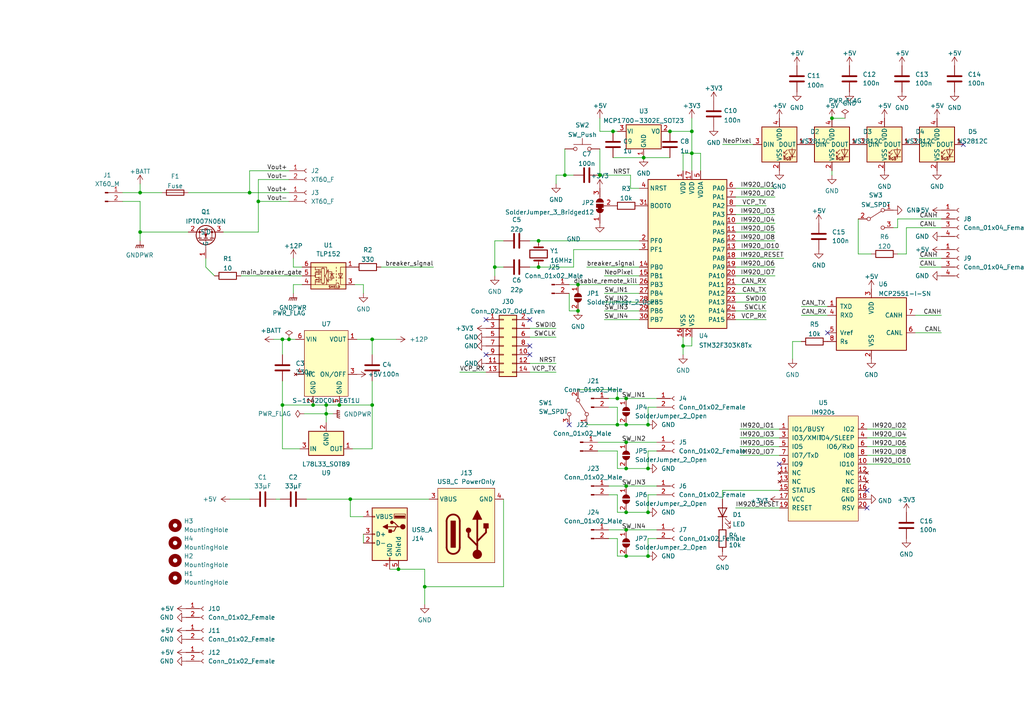
<source format=kicad_sch>
(kicad_sch (version 20230121) (generator eeschema)
  (paper "A4")
  (lib_symbols
    (symbol "+5V_1" (power) (pin_names (offset 0))
      (property "Value" "+5V_1" (at 0 3.556 0))
      (symbol "+5V_1_1_1"
        (pin power_in line (at 0 0 90) (length 0) hide (name "+5V") (number "1"))
      )
    )
    (symbol "Connector:Conn_01x02_Female" (pin_names (offset 1.016) hide)
      (property "Reference" "J" (at 0 2.54 0))
      (property "Value" "Conn_01x02_Female" (at 0 -5.08 0))
      (symbol "Conn_01x02_Female_1_1"
        (pin passive line (at -5.08 0 0) (length 3.81) (name "Pin_1") (number "1"))
        (pin passive line (at -5.08 -2.54 0) (length 3.81) (name "Pin_2") (number "2"))
      )
    )
    (symbol "Connector:Conn_01x02_Male" (pin_names (offset 1.016) hide)
      (property "Reference" "J" (at 0 2.54 0))
      (property "Value" "Conn_01x02_Male" (at 0 -5.08 0))
      (symbol "Conn_01x02_Male_1_1"
        (pin passive line (at 5.08 0 180) (length 3.81) (name "Pin_1") (number "1"))
        (pin passive line (at 5.08 -2.54 180) (length 3.81) (name "Pin_2") (number "2"))
      )
    )
    (symbol "Connector:Conn_01x04_Female" (pin_names (offset 1.016) hide)
      (property "Reference" "J" (at 0 5.08 0))
      (property "Value" "Conn_01x04_Female" (at 0 -7.62 0))
      (symbol "Conn_01x04_Female_1_1"
        (pin passive line (at -5.08 2.54 0) (length 3.81) (name "Pin_1") (number "1"))
        (pin passive line (at -5.08 0 0) (length 3.81) (name "Pin_2") (number "2"))
        (pin passive line (at -5.08 -2.54 0) (length 3.81) (name "Pin_3") (number "3"))
        (pin passive line (at -5.08 -5.08 0) (length 3.81) (name "Pin_4") (number "4"))
      )
    )
    (symbol "Connector:USB_A" (pin_names (offset 1.016))
      (property "Reference" "J" (at -5.08 11.43 0))
      (property "Value" "USB_A" (at -5.08 8.89 0))
      (symbol "USB_A_1_1"
        (pin power_in line (at 7.62 5.08 180) (length 2.54) (name "VBUS") (number "1"))
        (pin bidirectional line (at 7.62 -2.54 180) (length 2.54) (name "D-") (number "2"))
        (pin bidirectional line (at 7.62 0 180) (length 2.54) (name "D+") (number "3"))
        (pin power_in line (at 0 -10.16 90) (length 2.54) (name "GND") (number "4"))
        (pin passive line (at -2.54 -10.16 90) (length 2.54) (name "Shield") (number "5"))
      )
    )
    (symbol "Connector_Generic:Conn_02x07_Odd_Even" (pin_names (offset 1.016) hide)
      (property "Reference" "J" (at 1.27 10.16 0))
      (property "Value" "Conn_02x07_Odd_Even" (at 1.27 -10.16 0))
      (symbol "Conn_02x07_Odd_Even_1_1"
        (pin passive line (at -5.08 7.62 0) (length 3.81) (name "Pin_1") (number "1"))
        (pin passive line (at 7.62 -2.54 180) (length 3.81) (name "Pin_10") (number "10"))
        (pin passive line (at -5.08 -5.08 0) (length 3.81) (name "Pin_11") (number "11"))
        (pin passive line (at 7.62 -5.08 180) (length 3.81) (name "Pin_12") (number "12"))
        (pin passive line (at -5.08 -7.62 0) (length 3.81) (name "Pin_13") (number "13"))
        (pin passive line (at 7.62 -7.62 180) (length 3.81) (name "Pin_14") (number "14"))
        (pin passive line (at 7.62 7.62 180) (length 3.81) (name "Pin_2") (number "2"))
        (pin passive line (at -5.08 5.08 0) (length 3.81) (name "Pin_3") (number "3"))
        (pin passive line (at 7.62 5.08 180) (length 3.81) (name "Pin_4") (number "4"))
        (pin passive line (at -5.08 2.54 0) (length 3.81) (name "Pin_5") (number "5"))
        (pin passive line (at 7.62 2.54 180) (length 3.81) (name "Pin_6") (number "6"))
        (pin passive line (at -5.08 0 0) (length 3.81) (name "Pin_7") (number "7"))
        (pin passive line (at 7.62 0 180) (length 3.81) (name "Pin_8") (number "8"))
        (pin passive line (at -5.08 -2.54 0) (length 3.81) (name "Pin_9") (number "9"))
      )
    )
    (symbol "Device:C" (pin_numbers hide) (pin_names (offset 0.254))
      (property "Reference" "C" (at 0.635 2.54 0))
      (property "Value" "C" (at 0.635 -2.54 0))
      (symbol "C_1_1"
        (pin passive line (at 0 3.81 270) (length 2.794) (name "~") (number "1"))
        (pin passive line (at 0 -3.81 90) (length 2.794) (name "~") (number "2"))
      )
    )
    (symbol "Device:Crystal" (pin_numbers hide) (pin_names (offset 1.016) hide)
      (property "Reference" "Y" (at 0 3.81 0))
      (property "Value" "Crystal" (at 0 -3.81 0))
      (symbol "Crystal_1_1"
        (pin passive line (at -3.81 0 0) (length 1.27) (name "1") (number "1"))
        (pin passive line (at 3.81 0 180) (length 1.27) (name "2") (number "2"))
      )
    )
    (symbol "Device:Fuse" (pin_numbers hide) (pin_names (offset 0))
      (property "Reference" "F" (at 2.032 0 90))
      (property "Value" "Fuse" (at -1.905 0 90))
      (symbol "Fuse_1_1"
        (pin passive line (at 0 3.81 270) (length 1.27) (name "~") (number "1"))
        (pin passive line (at 0 -3.81 90) (length 1.27) (name "~") (number "2"))
      )
    )
    (symbol "Device:LED" (pin_numbers hide) (pin_names (offset 1.016) hide)
      (property "Reference" "D" (at 0 2.54 0))
      (property "Value" "LED" (at 0 -2.54 0))
      (symbol "LED_1_1"
        (pin passive line (at -3.81 0 0) (length 2.54) (name "K") (number "1"))
        (pin passive line (at 3.81 0 180) (length 2.54) (name "A") (number "2"))
      )
    )
    (symbol "Device:R" (pin_numbers hide) (pin_names (offset 0))
      (property "Reference" "R" (at 2.032 0 90))
      (property "Value" "R" (at 0 0 90))
      (symbol "R_1_1"
        (pin passive line (at 0 3.81 270) (length 1.27) (name "~") (number "1"))
        (pin passive line (at 0 -3.81 90) (length 1.27) (name "~") (number "2"))
      )
    )
    (symbol "GNDPWR_1" (power) (pin_names (offset 0))
      (property "Value" "GNDPWR_1" (at 0 -3.302 0))
      (symbol "GNDPWR_1_1_1"
        (pin power_in line (at 0 0 270) (length 0) hide (name "GNDPWR") (number "1"))
      )
    )
    (symbol "GND_1" (power) (pin_names (offset 0))
      (property "Value" "GND_1" (at 0 -3.81 0))
      (symbol "GND_1_1_1"
        (pin power_in line (at 0 0 270) (length 0) hide (name "GND") (number "1"))
      )
    )
    (symbol "Interface_CAN_LIN:MCP2551-I-SN" (pin_names (offset 1.016))
      (property "Reference" "U" (at -10.16 8.89 0))
      (property "Value" "MCP2551-I-SN" (at 2.54 8.89 0))
      (symbol "MCP2551-I-SN_1_1"
        (pin input line (at -12.7 5.08 0) (length 2.54) (name "TXD") (number "1"))
        (pin power_in line (at 0 -10.16 90) (length 2.54) (name "VSS") (number "2"))
        (pin power_in line (at 0 10.16 270) (length 2.54) (name "VDD") (number "3"))
        (pin output line (at -12.7 2.54 0) (length 2.54) (name "RXD") (number "4"))
        (pin power_out line (at -12.7 -2.54 0) (length 2.54) (name "Vref") (number "5"))
        (pin bidirectional line (at 12.7 -2.54 180) (length 2.54) (name "CANL") (number "6"))
        (pin bidirectional line (at 12.7 2.54 180) (length 2.54) (name "CANH") (number "7"))
        (pin input line (at -12.7 -5.08 0) (length 2.54) (name "Rs") (number "8"))
      )
    )
    (symbol "Isolator_additional:TLP152"
      (property "Reference" "U" (at -5.08 4.953 0))
      (property "Value" "TLP152" (at -5.08 -5.08 0))
      (symbol "TLP152_0_0"
        (text "SHIELD" (at -1.7272 -3.2004 0) (effects (font (size 0.635 0.635))))
      )
      (symbol "TLP152_1_1"
        (pin passive line (at -7.62 2.54 0) (length 2.54) (name "~") (number "1"))
        (pin passive line (at -7.62 -2.54 0) (length 2.54) (name "~") (number "3"))
        (pin power_in line (at 7.62 -2.54 180) (length 2.54) (name "~") (number "4"))
        (pin output line (at 7.62 0 180) (length 2.54) (name "~") (number "5"))
        (pin power_in line (at 7.62 2.54 180) (length 2.54) (name "~") (number "6"))
      )
    )
    (symbol "Jumper:SolderJumper_2_Open" (pin_names (offset 0) hide)
      (property "Reference" "JP" (at 0 2.032 0))
      (property "Value" "SolderJumper_2_Open" (at 0 -2.54 0))
      (symbol "SolderJumper_2_Open_1_1"
        (pin passive line (at -3.81 0 0) (length 2.54) (name "A") (number "1"))
        (pin passive line (at 3.81 0 180) (length 2.54) (name "B") (number "2"))
      )
    )
    (symbol "Jumper:SolderJumper_3_Bridged12" (pin_names (offset 0) hide)
      (property "Reference" "JP" (at -2.54 -2.54 0))
      (property "Value" "SolderJumper_3_Bridged12" (at 0 2.794 0))
      (symbol "SolderJumper_3_Bridged12_1_1"
        (pin passive line (at -5.08 0 0) (length 2.54) (name "A") (number "1"))
        (pin input line (at 0 -3.81 90) (length 2.54) (name "C") (number "2"))
        (pin passive line (at 5.08 0 180) (length 2.54) (name "B") (number "3"))
      )
    )
    (symbol "LED_additional:WS2812C" (pin_names (offset 0.254))
      (property "Reference" "D" (at 5.08 5.715 0))
      (property "Value" "WS2812C" (at 1.27 -5.715 0))
      (symbol "WS2812C_0_0"
        (text "RGB" (at 2.286 -4.191 0) (effects (font (size 0.762 0.762))))
      )
      (symbol "WS2812C_1_1"
        (pin output line (at 7.62 0 180) (length 2.54) (name "DOUT") (number "1"))
        (pin power_in line (at 0 -7.62 90) (length 2.54) (name "VSS") (number "2"))
        (pin input line (at -7.62 0 0) (length 2.54) (name "DIN") (number "3"))
        (pin power_in line (at 0 7.62 270) (length 2.54) (name "VDD") (number "4"))
      )
    )
    (symbol "MCU_ST_STM32F3:STM32F303K8Tx"
      (property "Reference" "U" (at -12.7 21.59 0))
      (property "Value" "STM32F303K8Tx" (at 5.08 21.59 0))
      (symbol "STM32F303K8Tx_1_1"
        (pin power_in line (at -2.54 22.86 270) (length 2.54) (name "VDD") (number "1"))
        (pin bidirectional line (at 12.7 7.62 180) (length 2.54) (name "PA4") (number "10"))
        (pin bidirectional line (at 12.7 5.08 180) (length 2.54) (name "PA5") (number "11"))
        (pin bidirectional line (at 12.7 2.54 180) (length 2.54) (name "PA6") (number "12"))
        (pin bidirectional line (at 12.7 0 180) (length 2.54) (name "PA7") (number "13"))
        (pin bidirectional line (at -15.24 -5.08 0) (length 2.54) (name "PB0") (number "14"))
        (pin bidirectional line (at -15.24 -7.62 0) (length 2.54) (name "PB1") (number "15"))
        (pin power_in line (at -2.54 -25.4 90) (length 2.54) (name "VSS") (number "16"))
        (pin power_in line (at 0 22.86 270) (length 2.54) (name "VDD") (number "17"))
        (pin bidirectional line (at 12.7 -2.54 180) (length 2.54) (name "PA8") (number "18"))
        (pin bidirectional line (at 12.7 -5.08 180) (length 2.54) (name "PA9") (number "19"))
        (pin input line (at -15.24 2.54 0) (length 2.54) (name "PF0") (number "2"))
        (pin bidirectional line (at 12.7 -7.62 180) (length 2.54) (name "PA10") (number "20"))
        (pin bidirectional line (at 12.7 -10.16 180) (length 2.54) (name "PA11") (number "21"))
        (pin bidirectional line (at 12.7 -12.7 180) (length 2.54) (name "PA12") (number "22"))
        (pin bidirectional line (at 12.7 -15.24 180) (length 2.54) (name "PA13") (number "23"))
        (pin bidirectional line (at 12.7 -17.78 180) (length 2.54) (name "PA14") (number "24"))
        (pin bidirectional line (at 12.7 -20.32 180) (length 2.54) (name "PA15") (number "25"))
        (pin bidirectional line (at -15.24 -10.16 0) (length 2.54) (name "PB3") (number "26"))
        (pin bidirectional line (at -15.24 -12.7 0) (length 2.54) (name "PB4") (number "27"))
        (pin bidirectional line (at -15.24 -15.24 0) (length 2.54) (name "PB5") (number "28"))
        (pin bidirectional line (at -15.24 -17.78 0) (length 2.54) (name "PB6") (number "29"))
        (pin input line (at -15.24 0 0) (length 2.54) (name "PF1") (number "3"))
        (pin bidirectional line (at -15.24 -20.32 0) (length 2.54) (name "PB7") (number "30"))
        (pin input line (at -15.24 12.7 0) (length 2.54) (name "BOOT0") (number "31"))
        (pin power_in line (at 0 -25.4 90) (length 2.54) (name "VSS") (number "32"))
        (pin input line (at -15.24 17.78 0) (length 2.54) (name "NRST") (number "4"))
        (pin power_in line (at 2.54 22.86 270) (length 2.54) (name "VDDA") (number "5"))
        (pin bidirectional line (at 12.7 17.78 180) (length 2.54) (name "PA0") (number "6"))
        (pin bidirectional line (at 12.7 15.24 180) (length 2.54) (name "PA1") (number "7"))
        (pin bidirectional line (at 12.7 12.7 180) (length 2.54) (name "PA2") (number "8"))
        (pin bidirectional line (at 12.7 10.16 180) (length 2.54) (name "PA3") (number "9"))
      )
    )
    (symbol "Mechanical:MountingHole" (pin_names (offset 1.016))
      (property "Reference" "H" (at 0 5.08 0))
      (property "Value" "MountingHole" (at 0 3.175 0))
    )
    (symbol "Regulator_Linear:L78L33_SOT89" (pin_names (offset 0.254))
      (property "Reference" "U" (at -3.81 3.175 0))
      (property "Value" "L78L33_SOT89" (at -0.635 3.175 0))
      (symbol "L78L33_SOT89_1_1"
        (pin power_out line (at 7.62 0 180) (length 2.54) (name "OUT") (number "1"))
        (pin power_in line (at 0 -7.62 90) (length 2.54) (name "GND") (number "2"))
        (pin power_in line (at -7.62 0 0) (length 2.54) (name "IN") (number "3"))
      )
    )
    (symbol "Regulator_Linear:MCP1700-3302E_SOT23" (pin_names (offset 0.254))
      (property "Reference" "U" (at -3.81 3.175 0))
      (property "Value" "MCP1700-3302E_SOT23" (at 0 3.175 0))
      (symbol "MCP1700-3302E_SOT23_1_1"
        (pin power_in line (at 0 -7.62 90) (length 2.54) (name "GND") (number "1"))
        (pin power_out line (at 7.62 0 180) (length 2.54) (name "VO") (number "2"))
        (pin power_in line (at -7.62 0 0) (length 2.54) (name "VI") (number "3"))
      )
    )
    (symbol "Switch:SW_Push" (pin_numbers hide) (pin_names (offset 1.016) hide)
      (property "Reference" "SW" (at 1.27 2.54 0))
      (property "Value" "SW_Push" (at 0 -1.524 0))
      (symbol "SW_Push_0_1"
        (pin passive line (at -5.08 0 0) (length 2.54) (name "1") (number "1"))
        (pin passive line (at 5.08 0 180) (length 2.54) (name "2") (number "2"))
      )
    )
    (symbol "Switch:SW_SPDT" (pin_names (offset 0) hide)
      (property "Reference" "SW" (at 0 4.318 0))
      (property "Value" "SW_SPDT" (at 0 -5.08 0))
      (symbol "SW_SPDT_1_1"
        (pin passive line (at 5.08 2.54 180) (length 2.54) (name "A") (number "1"))
        (pin passive line (at -5.08 0 0) (length 2.54) (name "B") (number "2"))
        (pin passive line (at 5.08 -2.54 180) (length 2.54) (name "C") (number "3"))
      )
    )
    (symbol "Transistor_FET_additional:IPT007N06N" (pin_names (offset 1.016))
      (property "Reference" "Q" (at 10.16 1.27 0))
      (property "Value" "IPT007N06N" (at 10.16 -1.27 0))
      (symbol "IPT007N06N_1_1"
        (pin input line (at -7.62 0 0) (length 2.54) (name "G") (number "1"))
        (pin passive line (at 0 -5.08 90) (length 2.54) (name "S") (number "2"))
        (pin passive line (at 0 5.08 270) (length 2.54) (name "D") (number "3"))
      )
    )
    (symbol "interplan:IM920s" (pin_names (offset 1.016))
      (property "Reference" "U" (at 0 13.97 0))
      (property "Value" "IM920s" (at 0 -19.05 0))
      (symbol "IM920s_1_1"
        (pin input line (at -12.7 8.89 0) (length 2.54) (name "IO1/BUSY") (number "1"))
        (pin input line (at 12.7 -1.27 180) (length 2.54) (name "IO10") (number "10"))
        (pin no_connect line (at -12.7 -3.81 0) (length 2.54) (name "NC") (number "11"))
        (pin no_connect line (at 12.7 -3.81 180) (length 2.54) (name "NC") (number "12"))
        (pin no_connect line (at -12.7 -6.35 0) (length 2.54) (name "NC") (number "13"))
        (pin no_connect line (at 12.7 -6.35 180) (length 2.54) (name "NC") (number "14"))
        (pin input line (at -12.7 -8.89 0) (length 2.54) (name "STATUS") (number "15"))
        (pin input line (at 12.7 -8.89 180) (length 2.54) (name "REG") (number "16"))
        (pin input line (at -12.7 -11.43 0) (length 2.54) (name "VCC") (number "17"))
        (pin input line (at 12.7 -11.43 180) (length 2.54) (name "GND") (number "18"))
        (pin input line (at -12.7 -13.97 0) (length 2.54) (name "RESET") (number "19"))
        (pin input line (at 12.7 8.89 180) (length 2.54) (name "IO2") (number "2"))
        (pin input line (at 12.7 -13.97 180) (length 2.54) (name "RSV") (number "20"))
        (pin input line (at -12.7 6.35 0) (length 2.54) (name "IO3/XMIT") (number "3"))
        (pin input line (at 12.7 6.35 180) (length 2.54) (name "IO4/SLEEP") (number "4"))
        (pin input line (at -12.7 3.81 0) (length 2.54) (name "IO5") (number "5"))
        (pin input line (at 12.7 3.81 180) (length 2.54) (name "IO6/RxD") (number "6"))
        (pin input line (at -12.7 1.27 0) (length 2.54) (name "IO7/TxD") (number "7"))
        (pin input line (at 12.7 1.27 180) (length 2.54) (name "IO8") (number "8"))
        (pin input line (at -12.7 -1.27 0) (length 2.54) (name "IO9") (number "9"))
      )
    )
    (symbol "power:+12P" (power) (pin_names (offset 0))
      (property "Value" "+12P" (at 0 3.556 0))
      (symbol "+12P_1_1"
        (pin power_in line (at 0 0 90) (length 0) hide (name "+12P") (number "1"))
      )
    )
    (symbol "power:+3.3V" (power) (pin_names (offset 0))
      (property "Value" "+3.3V" (at 0 3.556 0))
      (symbol "+3.3V_1_1"
        (pin power_in line (at 0 0 90) (length 0) hide (name "+3V3") (number "1"))
      )
    )
    (symbol "power:+5V" (power) (pin_names (offset 0))
      (property "Value" "+5V" (at 0 3.556 0))
      (symbol "+5V_1_1"
        (pin power_in line (at 0 0 90) (length 0) hide (name "+5V") (number "1"))
      )
    )
    (symbol "power:+BATT" (power) (pin_names (offset 0))
      (property "Value" "+BATT" (at 0 3.556 0))
      (symbol "+BATT_1_1"
        (pin power_in line (at 0 0 90) (length 0) hide (name "+BATT") (number "1"))
      )
    )
    (symbol "power:GND" (power) (pin_names (offset 0))
      (property "Value" "GND" (at 0 -3.81 0))
      (symbol "GND_1_1"
        (pin power_in line (at 0 0 270) (length 0) hide (name "GND") (number "1"))
      )
    )
    (symbol "power:GNDPWR" (power) (pin_names (offset 0))
      (property "Value" "GNDPWR" (at 0 -3.302 0))
      (symbol "GNDPWR_1_1"
        (pin power_in line (at 0 0 270) (length 0) hide (name "GNDPWR") (number "1"))
      )
    )
    (symbol "power:PWR_FLAG" (power) (pin_numbers hide) (pin_names (offset 0) hide)
      (property "Value" "PWR_FLAG" (at 0 3.81 0))
      (symbol "PWR_FLAG_0_0"
        (pin power_out line (at 0 0 90) (length 0) (name "pwr") (number "1"))
      )
    )
    (symbol "ロゴ用USBメモリイラスト:HSOP6-A-PKG"
      (property "Reference" "U" (at 0 20.32 0))
      (symbol "HSOP6-A-PKG_1_1"
        (pin power_out line (at 8.89 16.51 180) (length 2.54) (name "VOUT") (number "1"))
        (pin power_in line (at -3.81 -2.54 90) (length 2.54) (name "GND") (number "2"))
        (pin input line (at 8.89 6.35 180) (length 2.54) (name "ON/OFF") (number "3"))
        (pin no_connect line (at -8.89 6.35 0) (length 2.54) (name "NC") (number "4"))
        (pin power_in line (at 3.81 -2.54 90) (length 2.54) (name "GND") (number "5"))
        (pin power_in line (at -8.89 16.51 0) (length 2.54) (name "VIN") (number "6"))
      )
    )
    (symbol "ロゴ用USBメモリイラスト:USB_C_PowerOnly"
      (property "Reference" "J" (at 0 -0.635 0))
      (property "Value" "USB_C PowerOnly" (at 0 -2.54 0))
      (symbol "USB_C_PowerOnly_1_1"
        (pin power_out line (at -10.16 19.05 0) (length 2.54) (name "VBUS") (number "3"))
        (pin power_out line (at 11.43 19.05 180) (length 2.54) (name "GND") (number "4"))
      )
    )
  )
  (junction (at 181.61 123.19))
  (junction (at 173.99 50.8))
  (junction (at 186.69 45.72))
  (junction (at 167.64 82.55))
  (junction (at 74.93 58.42))
  (junction (at 200.66 44.45))
  (junction (at 181.61 128.27))
  (junction (at 181.61 153.67))
  (junction (at 241.3 34.29))
  (junction (at 40.64 67.31))
  (junction (at 156.21 77.47))
  (junction (at 81.915 117.475))
  (junction (at 107.95 98.425))
  (junction (at 156.21 69.85))
  (junction (at 187.96 161.29))
  (junction (at 72.39 55.88))
  (junction (at 187.96 135.89))
  (junction (at 187.96 123.19))
  (junction (at 143.51 77.47))
  (junction (at 107.95 117.475))
  (junction (at 167.64 90.17))
  (junction (at 181.61 135.89))
  (junction (at 98.425 117.475))
  (junction (at 177.8 38.1))
  (junction (at 179.07 123.19))
  (junction (at 101.6 144.78))
  (junction (at 181.61 115.57))
  (junction (at 187.96 148.59))
  (junction (at 123.19 170.18))
  (junction (at 83.82 98.425))
  (junction (at 181.61 140.97))
  (junction (at 181.61 161.29))
  (junction (at 94.615 117.475))
  (junction (at 198.12 100.33))
  (junction (at 90.805 117.475))
  (junction (at 200.66 38.1))
  (junction (at 81.915 98.425))
  (junction (at 194.31 38.1))
  (junction (at 94.615 120.015))
  (junction (at 40.64 55.88))
  (junction (at 163.83 50.8))
  (junction (at 181.61 148.59))
  (junction (at 179.07 115.57))
  (junction (at 115.57 165.1))
  (no_connect (at 140.97 92.71))
  (no_connect (at 251.46 147.32))
  (no_connect (at 251.46 142.24))
  (no_connect (at 240.03 96.52))
  (no_connect (at 140.97 102.87))
  (no_connect (at 153.67 100.33))
  (no_connect (at 153.67 92.71))
  (no_connect (at 279.4 41.91))
  (no_connect (at 165.1 123.19))
  (no_connect (at 153.67 102.87))
  (no_connect (at 226.06 134.62))
  (wire (pts (xy 115.57 165.1) (xy 123.19 165.1)))
  (wire (pts (xy 87.63 82.55) (xy 85.09 82.55)))
  (wire (pts (xy 167.64 82.55) (xy 185.42 82.55)))
  (wire (pts (xy 179.07 130.81) (xy 179.07 135.89)))
  (wire (pts (xy 40.64 58.42) (xy 40.64 67.31)))
  (wire (pts (xy 175.26 80.01) (xy 185.42 80.01)))
  (wire (pts (xy 170.18 77.47) (xy 185.42 77.47)))
  (wire (pts (xy 173.99 50.8) (xy 173.99 43.18)))
  (wire (pts (xy 90.805 117.475) (xy 94.615 117.475)))
  (wire (pts (xy 187.96 156.21) (xy 190.5 156.21)))
  (wire (pts (xy 87.63 80.01) (xy 69.85 80.01)))
  (wire (pts (xy 176.53 156.21) (xy 179.07 156.21)))
  (wire (pts (xy 232.41 91.44) (xy 240.03 91.44)))
  (wire (pts (xy 262.89 127) (xy 251.46 127)))
  (wire (pts (xy 143.51 77.47) (xy 143.51 80.01)))
  (wire (pts (xy 179.07 115.57) (xy 181.61 115.57)))
  (wire (pts (xy 105.41 85.09) (xy 105.41 82.55)))
  (wire (pts (xy 35.56 55.88) (xy 40.64 55.88)))
  (wire (pts (xy 170.18 123.19) (xy 179.07 123.19)))
  (wire (pts (xy 179.07 135.89) (xy 181.61 135.89)))
  (wire (pts (xy 74.93 58.42) (xy 83.82 58.42)))
  (wire (pts (xy 222.25 92.71) (xy 213.36 92.71)))
  (wire (pts (xy 203.2 44.45) (xy 200.66 44.45)))
  (wire (pts (xy 72.39 55.88) (xy 83.82 55.88)))
  (wire (pts (xy 200.66 100.33) (xy 200.66 97.79)))
  (wire (pts (xy 224.79 57.15) (xy 213.36 57.15)))
  (wire (pts (xy 273.05 91.44) (xy 265.43 91.44)))
  (wire (pts (xy 153.67 77.47) (xy 156.21 77.47)))
  (wire (pts (xy 165.1 85.09) (xy 165.1 90.17)))
  (wire (pts (xy 222.25 59.69) (xy 213.36 59.69)))
  (wire (pts (xy 224.79 54.61) (xy 213.36 54.61)))
  (wire (pts (xy 179.07 118.11) (xy 179.07 123.19)))
  (wire (pts (xy 79.375 98.425) (xy 81.915 98.425)))
  (wire (pts (xy 224.79 69.85) (xy 213.36 69.85)))
  (wire (pts (xy 177.8 38.1) (xy 173.99 38.1)))
  (wire (pts (xy 260.35 63.5) (xy 260.35 66.04)))
  (wire (pts (xy 176.53 153.67) (xy 181.61 153.67)))
  (wire (pts (xy 241.3 50.8) (xy 241.3 49.53)))
  (wire (pts (xy 102.235 130.175) (xy 107.95 130.175)))
  (wire (pts (xy 165.1 82.55) (xy 167.64 82.55)))
  (wire (pts (xy 35.56 58.42) (xy 40.64 58.42)))
  (wire (pts (xy 146.05 144.78) (xy 146.05 170.18)))
  (wire (pts (xy 214.63 127) (xy 226.06 127)))
  (wire (pts (xy 181.61 140.97) (xy 190.5 140.97)))
  (wire (pts (xy 214.63 124.46) (xy 226.06 124.46)))
  (wire (pts (xy 198.12 49.53) (xy 198.12 44.45)))
  (wire (pts (xy 167.64 113.03) (xy 179.07 113.03)))
  (wire (pts (xy 262.89 66.04) (xy 273.05 66.04)))
  (wire (pts (xy 179.07 113.03) (xy 179.07 115.57)))
  (wire (pts (xy 185.42 72.39) (xy 166.37 72.39)))
  (wire (pts (xy 198.12 97.79) (xy 198.12 100.33)))
  (wire (pts (xy 200.66 38.1) (xy 194.31 38.1)))
  (wire (pts (xy 81.915 98.425) (xy 83.82 98.425)))
  (wire (pts (xy 83.82 49.53) (xy 72.39 49.53)))
  (wire (pts (xy 179.07 156.21) (xy 179.07 161.29)))
  (wire (pts (xy 179.07 123.19) (xy 181.61 123.19)))
  (wire (pts (xy 173.355 128.27) (xy 181.61 128.27)))
  (wire (pts (xy 107.95 98.425) (xy 107.95 102.87)))
  (wire (pts (xy 181.61 161.29) (xy 187.96 161.29)))
  (wire (pts (xy 226.06 72.39) (xy 213.36 72.39)))
  (wire (pts (xy 181.61 153.67) (xy 190.5 153.67)))
  (wire (pts (xy 105.41 82.55) (xy 102.87 82.55)))
  (wire (pts (xy 273.05 96.52) (xy 265.43 96.52)))
  (wire (pts (xy 81.915 117.475) (xy 90.805 117.475)))
  (wire (pts (xy 146.05 77.47) (xy 143.51 77.47)))
  (wire (pts (xy 81.915 102.87) (xy 81.915 98.425)))
  (wire (pts (xy 103.505 98.425) (xy 107.95 98.425)))
  (wire (pts (xy 214.63 129.54) (xy 226.06 129.54)))
  (wire (pts (xy 241.3 34.29) (xy 245.11 34.29)))
  (wire (pts (xy 59.69 77.47) (xy 62.23 80.01)))
  (wire (pts (xy 194.31 45.72) (xy 186.69 45.72)))
  (wire (pts (xy 248.92 73.66) (xy 252.73 73.66)))
  (wire (pts (xy 85.09 82.55) (xy 85.09 85.09)))
  (wire (pts (xy 187.96 143.51) (xy 190.5 143.51)))
  (wire (pts (xy 133.35 107.95) (xy 140.97 107.95)))
  (wire (pts (xy 40.64 67.31) (xy 54.61 67.31)))
  (wire (pts (xy 224.79 62.23) (xy 213.36 62.23)))
  (wire (pts (xy 187.96 130.81) (xy 190.5 130.81)))
  (wire (pts (xy 181.61 123.19) (xy 187.96 123.19)))
  (wire (pts (xy 224.79 64.77) (xy 213.36 64.77)))
  (wire (pts (xy 222.25 87.63) (xy 213.36 87.63)))
  (wire (pts (xy 181.61 148.59) (xy 187.96 148.59)))
  (wire (pts (xy 88.9 144.78) (xy 101.6 144.78)))
  (wire (pts (xy 187.96 148.59) (xy 187.96 143.51)))
  (wire (pts (xy 161.29 97.79) (xy 153.67 97.79)))
  (wire (pts (xy 123.19 170.18) (xy 146.05 170.18)))
  (wire (pts (xy 107.95 98.425) (xy 114.935 98.425)))
  (wire (pts (xy 166.37 72.39) (xy 166.37 77.47)))
  (wire (pts (xy 166.37 77.47) (xy 156.21 77.47)))
  (wire (pts (xy 187.96 123.19) (xy 187.96 118.11)))
  (wire (pts (xy 123.19 170.18) (xy 123.19 175.26)))
  (wire (pts (xy 262.89 124.46) (xy 251.46 124.46)))
  (wire (pts (xy 198.12 100.33) (xy 200.66 100.33)))
  (wire (pts (xy 198.12 102.87) (xy 198.12 100.33)))
  (wire (pts (xy 224.79 80.01) (xy 213.36 80.01)))
  (wire (pts (xy 176.53 143.51) (xy 179.07 143.51)))
  (wire (pts (xy 262.89 129.54) (xy 251.46 129.54)))
  (wire (pts (xy 125.73 77.47) (xy 110.49 77.47)))
  (wire (pts (xy 163.83 43.18) (xy 163.83 50.8)))
  (wire (pts (xy 146.05 69.85) (xy 143.51 69.85)))
  (wire (pts (xy 209.55 142.24) (xy 209.55 144.78)))
  (wire (pts (xy 83.82 98.425) (xy 85.725 98.425)))
  (wire (pts (xy 161.29 105.41) (xy 153.67 105.41)))
  (wire (pts (xy 182.88 50.8) (xy 173.99 50.8)))
  (wire (pts (xy 232.41 99.06) (xy 229.87 99.06)))
  (wire (pts (xy 80.01 144.78) (xy 81.28 144.78)))
  (wire (pts (xy 260.35 73.66) (xy 262.89 73.66)))
  (wire (pts (xy 260.35 66.04) (xy 259.08 66.04)))
  (wire (pts (xy 107.95 117.475) (xy 107.95 130.175)))
  (wire (pts (xy 81.915 117.475) (xy 81.915 130.175)))
  (wire (pts (xy 94.615 120.015) (xy 96.52 120.015)))
  (wire (pts (xy 94.615 117.475) (xy 94.615 120.015)))
  (wire (pts (xy 177.8 45.72) (xy 186.69 45.72)))
  (wire (pts (xy 83.82 52.07) (xy 74.93 52.07)))
  (wire (pts (xy 161.29 95.25) (xy 153.67 95.25)))
  (wire (pts (xy 181.61 115.57) (xy 190.5 115.57)))
  (wire (pts (xy 203.2 49.53) (xy 203.2 44.45)))
  (wire (pts (xy 113.03 165.1) (xy 115.57 165.1)))
  (wire (pts (xy 266.7 74.93) (xy 273.05 74.93)))
  (wire (pts (xy 262.89 73.66) (xy 262.89 66.04)))
  (wire (pts (xy 176.53 118.11) (xy 179.07 118.11)))
  (wire (pts (xy 175.26 90.17) (xy 185.42 90.17)))
  (wire (pts (xy 123.19 165.1) (xy 123.19 170.18)))
  (wire (pts (xy 175.26 85.09) (xy 185.42 85.09)))
  (wire (pts (xy 105.41 149.86) (xy 101.6 149.86)))
  (wire (pts (xy 179.07 143.51) (xy 179.07 148.59)))
  (wire (pts (xy 165.1 90.17) (xy 167.64 90.17)))
  (wire (pts (xy 185.42 69.85) (xy 156.21 69.85)))
  (wire (pts (xy 105.41 154.94) (xy 105.41 157.48)))
  (wire (pts (xy 200.66 49.53) (xy 200.66 44.45)))
  (wire (pts (xy 175.26 92.71) (xy 185.42 92.71)))
  (wire (pts (xy 176.53 140.97) (xy 181.61 140.97)))
  (wire (pts (xy 153.67 69.85) (xy 156.21 69.85)))
  (wire (pts (xy 227.33 74.93) (xy 213.36 74.93)))
  (wire (pts (xy 182.88 50.8) (xy 182.88 54.61)))
  (wire (pts (xy 85.09 77.47) (xy 87.63 77.47)))
  (wire (pts (xy 143.51 69.85) (xy 143.51 77.47)))
  (wire (pts (xy 179.07 161.29) (xy 181.61 161.29)))
  (wire (pts (xy 54.61 55.88) (xy 72.39 55.88)))
  (wire (pts (xy 85.09 74.93) (xy 85.09 77.47)))
  (wire (pts (xy 222.25 85.09) (xy 213.36 85.09)))
  (wire (pts (xy 222.25 82.55) (xy 213.36 82.55)))
  (wire (pts (xy 175.26 87.63) (xy 185.42 87.63)))
  (wire (pts (xy 182.88 54.61) (xy 185.42 54.61)))
  (wire (pts (xy 163.83 50.8) (xy 166.37 50.8)))
  (wire (pts (xy 200.66 34.29) (xy 200.66 38.1)))
  (wire (pts (xy 179.07 38.1) (xy 177.8 38.1)))
  (wire (pts (xy 94.615 117.475) (xy 98.425 117.475)))
  (wire (pts (xy 40.64 55.88) (xy 46.99 55.88)))
  (wire (pts (xy 266.7 77.47) (xy 273.05 77.47)))
  (wire (pts (xy 187.96 135.89) (xy 187.96 130.81)))
  (wire (pts (xy 187.96 118.11) (xy 190.5 118.11)))
  (wire (pts (xy 98.425 117.475) (xy 107.95 117.475)))
  (wire (pts (xy 214.63 132.08) (xy 226.06 132.08)))
  (wire (pts (xy 101.6 149.86) (xy 101.6 144.78)))
  (wire (pts (xy 187.96 161.29) (xy 187.96 156.21)))
  (wire (pts (xy 161.29 107.95) (xy 153.67 107.95)))
  (wire (pts (xy 232.41 88.9) (xy 240.03 88.9)))
  (wire (pts (xy 40.64 53.34) (xy 40.64 55.88)))
  (wire (pts (xy 198.12 44.45) (xy 200.66 44.45)))
  (wire (pts (xy 224.79 77.47) (xy 213.36 77.47)))
  (wire (pts (xy 59.69 74.93) (xy 59.69 77.47)))
  (wire (pts (xy 66.675 144.78) (xy 72.39 144.78)))
  (wire (pts (xy 229.87 99.06) (xy 229.87 104.14)))
  (wire (pts (xy 248.92 63.5) (xy 248.92 73.66)))
  (wire (pts (xy 81.915 130.175) (xy 86.995 130.175)))
  (wire (pts (xy 264.16 134.62) (xy 251.46 134.62)))
  (wire (pts (xy 226.06 142.24) (xy 209.55 142.24)))
  (wire (pts (xy 161.29 50.8) (xy 163.83 50.8)))
  (wire (pts (xy 262.89 132.08) (xy 251.46 132.08)))
  (wire (pts (xy 64.77 67.31) (xy 74.93 67.31)))
  (wire (pts (xy 94.615 120.015) (xy 94.615 122.555)))
  (wire (pts (xy 260.35 63.5) (xy 273.05 63.5)))
  (wire (pts (xy 173.355 130.81) (xy 179.07 130.81)))
  (wire (pts (xy 161.29 53.34) (xy 161.29 50.8)))
  (wire (pts (xy 222.25 90.17) (xy 213.36 90.17)))
  (wire (pts (xy 72.39 49.53) (xy 72.39 55.88)))
  (wire (pts (xy 74.93 52.07) (xy 74.93 58.42)))
  (wire (pts (xy 88.265 120.015) (xy 94.615 120.015)))
  (wire (pts (xy 209.55 41.91) (xy 218.44 41.91)))
  (wire (pts (xy 181.61 135.89) (xy 187.96 135.89)))
  (wire (pts (xy 224.79 67.31) (xy 213.36 67.31)))
  (wire (pts (xy 176.53 115.57) (xy 179.07 115.57)))
  (wire (pts (xy 179.07 148.59) (xy 181.61 148.59)))
  (wire (pts (xy 101.6 144.78) (xy 124.46 144.78)))
  (wire (pts (xy 40.64 67.31) (xy 40.64 69.85)))
  (wire (pts (xy 107.95 110.49) (xy 107.95 117.475)))
  (wire (pts (xy 181.61 128.27) (xy 190.5 128.27)))
  (wire (pts (xy 213.36 147.32) (xy 226.06 147.32)))
  (wire (pts (xy 81.915 110.49) (xy 81.915 117.475)))
  (wire (pts (xy 173.99 34.29) (xy 173.99 38.1)))
  (wire (pts (xy 74.93 67.31) (xy 74.93 58.42)))
  (wire (pts (xy 200.66 44.45) (xy 200.66 38.1)))
  (label "IM920_IO8" (at 262.89 132.08 180))
  (label "IM920_IO6" (at 224.79 77.47 180))
  (label "CAN_RX" (at 222.25 82.55 180))
  (label "IM920_IO8" (at 224.79 69.85 180))
  (label "NRST" (at 177.8 50.8 0))
  (label "IM920_IO7" (at 214.63 132.08 0))
  (label "IM920_IO5" (at 214.63 129.54 0))
  (label "IM920_IO5" (at 224.79 67.31 180))
  (label "IM920_IO6" (at 262.89 129.54 180))
  (label "SWCLK" (at 222.25 90.17 180))
  (label "VCP_RX" (at 222.25 92.71 180))
  (label "CAN_RX" (at 232.41 91.44 0))
  (label "SW_IN4" (at 175.26 92.71 0))
  (label "NeoPixel" (at 209.55 41.91 0))
  (label "SW_IN3" (at 175.26 90.17 0))
  (label "IM920_IO10" (at 226.06 72.39 180))
  (label "CAN_TX" (at 232.41 88.9 0))
  (label "Vout+" (at 77.47 55.88 0))
  (label "CANH" (at 273.05 91.44 180))
  (label "SWCLK" (at 161.29 97.79 180))
  (label "VCP_RX" (at 133.35 107.95 0))
  (label "CANH" (at 266.7 74.93 0))
  (label "breaker_signal" (at 170.18 77.47 0))
  (label "SW_IN2" (at 175.26 87.63 0))
  (label "main_breaker_gate" (at 87.63 80.01 180))
  (label "CANH" (at 266.7 63.5 0))
  (label "IM920_IO1" (at 214.63 124.46 0))
  (label "IM920_IO3" (at 224.79 62.23 180))
  (label "Vout+" (at 77.47 49.53 0))
  (label "breaker_signal" (at 125.73 77.47 180))
  (label "IM920_IO4" (at 262.89 127 180))
  (label "CANL" (at 266.7 66.04 0))
  (label "CAN_TX" (at 222.25 85.09 180))
  (label "Vout-" (at 77.47 58.42 0))
  (label "IM920_IO10" (at 264.16 134.62 180))
  (label "NeoPixel" (at 175.26 80.01 0))
  (label "IM920_IO2" (at 262.89 124.46 180))
  (label "SW_IN1" (at 180.34 115.57 0))
  (label "IM920_IO4" (at 224.79 64.77 180))
  (label "IM920_RESET" (at 213.36 147.32 0))
  (label "SWDIO" (at 222.25 87.63 180))
  (label "VCP_TX" (at 222.25 59.69 180))
  (label "VCP_TX" (at 161.29 107.95 180))
  (label "IM920_IO3" (at 214.63 127 0))
  (label "IM920_IO1" (at 224.79 54.61 180))
  (label "CANL" (at 266.7 77.47 0))
  (label "SWDIO" (at 161.29 95.25 180))
  (label "CANL" (at 273.05 96.52 180))
  (label "NRST" (at 161.29 105.41 180))
  (label "SW_IN1" (at 175.26 85.09 0))
  (label "IM920_RESET" (at 227.33 74.93 180))
  (label "SW_IN4" (at 180.34 153.67 0))
  (label "SW_IN3" (at 180.34 140.97 0))
  (label "IM920_IO2" (at 224.79 57.15 180))
  (label "Vout-" (at 77.47 52.07 0))
  (label "SW_IN2" (at 180.34 128.27 0))
  (label "disable_remote_kill" (at 166.37 82.55 0))
  (label "IM920_IO7" (at 224.79 80.01 180))
  (symbol (lib_id "power:GND") (at 187.96 135.89 90) (unit 1)
    (property "Reference" "#PWR029" (effects hide))
    (property "Value" "GND" (at 191.77 135.8899 90) (effects (justify right)))
  )
  (symbol (lib_id "Connector:Conn_01x04_Female") (at 278.13 74.93 0) (unit 1)
    (property "Reference" "J9" (at 279.4 74.93 0) (effects (justify left)))
    (property "Value" "Conn_01x04_Female" (at 279.4 77.47 0) (effects (justify left)))
    (property "Footprint" "Connector_JST:JST_XA_S04B-XASK-1_1x04_P2.50mm_Horizontal" (effects hide))
  )
  (symbol (lib_id "power:GND") (at 140.97 105.41 270) (unit 1)
    (property "Reference" "#PWR020" (effects hide))
    (property "Value" "GND" (at 134.62 105.41 90) (effects (justify left)))
  )
  (symbol (lib_id "power:+5V") (at 252.73 83.82 0) (unit 1)
    (property "Reference" "#PWR050" (effects hide))
    (property "Value" "+5V" (at 252.73 80.2155 0))
  )
  (symbol (lib_id "Switch:SW_Push") (at 168.91 43.18 0) (unit 1)
    (property "Reference" "SW2" (at 168.91 36.2925 0))
    (property "Value" "SW_Push" (at 168.91 39.0676 0))
    (property "Footprint" "Button_Switch_additional:TVAF06-A020B-R" (effects hide))
  )
  (symbol (lib_id "power:+5V") (at 271.78 34.29 0) (unit 1)
    (property "Reference" "#PWR059" (effects hide))
    (property "Value" "+5V" (at 271.78 30.6855 0))
  )
  (symbol (lib_id "power:+5V") (at 53.975 182.88 90) (unit 1)
    (property "Reference" "#PWR07" (effects hide))
    (property "Value" "+5V" (at 46.355 182.88 90) (effects (justify right)))
  )
  (symbol (lib_id "power:+5V") (at 173.99 34.29 0) (unit 1)
    (property "Reference" "#PWR024" (effects hide))
    (property "Value" "+5V" (at 173.99 30.6855 0))
  )
  (symbol (lib_id "power:GND") (at 261.62 26.67 0) (unit 1)
    (property "Reference" "#PWR056" (effects hide))
    (property "Value" "GND" (at 261.62 31.2325 0))
  )
  (symbol (lib_id "Device:C") (at 149.86 77.47 90) (unit 1)
    (property "Reference" "C6" (at 149.86 81.28 90))
    (property "Value" "22p" (at 149.86 84.0551 90))
    (property "Footprint" "Capacitor_SMD:C_0603_1608Metric" (effects hide))
  )
  (symbol (lib_name "GNDPWR_1") (lib_id "power:GNDPWR") (at 96.52 120.015 90) (unit 1)
    (property "Reference" "#PWR067" (effects hide))
    (property "Value" "GNDPWR" (at 99.695 120.142 90) (effects (justify right)))
  )
  (symbol (lib_id "Device:C") (at 246.38 22.86 180) (unit 1)
    (property "Reference" "C12" (at 250.19 21.59 0) (effects (justify right)))
    (property "Value" "100n" (at 250.19 24.13 0) (effects (justify right)))
    (property "Footprint" "Capacitor_SMD:C_0603_1608Metric" (effects hide))
  )
  (symbol (lib_id "power:+5V") (at 237.49 64.77 0) (unit 1)
    (property "Reference" "#PWR043" (effects hide))
    (property "Value" "+5V" (at 237.49 61.1655 0))
  )
  (symbol (lib_id "power:+3.3V") (at 262.89 148.59 0) (unit 1)
    (property "Reference" "#PWR057" (effects hide))
    (property "Value" "+3.3V" (at 262.89 144.9855 0))
  )
  (symbol (lib_id "power:GND") (at 226.06 49.53 0) (unit 1)
    (property "Reference" "#PWR038" (effects hide))
    (property "Value" "GND" (at 226.06 54.0925 0))
  )
  (symbol (lib_name "GND_1") (lib_id "power:GND") (at 259.08 60.96 90) (unit 1)
    (property "Reference" "#PWR054" (effects hide))
    (property "Value" "GND" (at 262.89 60.96 90) (effects (justify right)))
  )
  (symbol (lib_id "Connector:Conn_01x02_Female") (at 59.055 176.53 0) (unit 1)
    (property "Reference" "J10" (at 60.325 176.5299 0) (effects (justify left)))
    (property "Value" "Conn_01x02_Female" (at 60.325 179.0699 0) (effects (justify left)))
    (property "Footprint" "Connector_JST:JST_XA_S02B-XASK-1_1x02_P2.50mm_Horizontal" (effects hide))
  )
  (symbol (lib_id "power:GND") (at 273.05 80.01 270) (unit 1)
    (property "Reference" "#PWR064" (effects hide))
    (property "Value" "GND" (at 265.43 80.01 90) (effects (justify left)))
  )
  (symbol (lib_id "power:GND") (at 140.97 97.79 270) (unit 1)
    (property "Reference" "#PWR018" (effects hide))
    (property "Value" "GND" (at 134.62 97.79 90) (effects (justify left)))
  )
  (symbol (lib_id "Connector:Conn_01x02_Male") (at 160.02 82.55 0) (unit 1)
    (property "Reference" "J25" (at 160.655 77.47 0))
    (property "Value" "Conn_01x02_Male" (at 160.655 80.01 0))
    (property "Footprint" "Connector_PinHeader_2.54mm:PinHeader_1x02_P2.54mm_Vertical" (effects hide))
  )
  (symbol (lib_id "power:+5V") (at 53.975 189.23 90) (unit 1)
    (property "Reference" "#PWR03" (effects hide))
    (property "Value" "+5V" (at 46.355 189.23 90) (effects (justify right)))
  )
  (symbol (lib_id "Mechanical:MountingHole") (at 50.8 167.64 0) (unit 1)
    (property "Reference" "H1" (at 53.34 166.3699 0) (effects (justify left)))
    (property "Value" "MountingHole" (at 53.34 168.9099 0) (effects (justify left)))
    (property "Footprint" "MountingHole:MountingHole_3.2mm_M3_Pad_Via" (effects hide))
  )
  (symbol (lib_id "Device:R") (at 209.55 156.21 180) (unit 1)
    (property "Reference" "R4" (at 211.328 155.3015 0) (effects (justify right)))
    (property "Value" "10k" (at 211.328 158.0766 0) (effects (justify right)))
    (property "Footprint" "Resistor_SMD:R_0603_1608Metric" (effects hide))
  )
  (symbol (lib_id "power:+5V") (at 256.54 34.29 0) (unit 1)
    (property "Reference" "#PWR052" (effects hide))
    (property "Value" "+5V" (at 256.54 30.6855 0))
  )
  (symbol (lib_id "power:GND") (at 187.96 161.29 90) (unit 1)
    (property "Reference" "#PWR031" (effects hide))
    (property "Value" "GND" (at 191.77 161.2899 90) (effects (justify right)))
  )
  (symbol (lib_id "power:GND") (at 256.54 49.53 0) (unit 1)
    (property "Reference" "#PWR053" (effects hide))
    (property "Value" "GND" (at 256.54 54.0925 0))
  )
  (symbol (lib_id "Jumper:SolderJumper_2_Open") (at 181.61 157.48 270) (unit 1)
    (property "Reference" "JP7" (at 184.15 156.21 90) (effects (justify left)))
    (property "Value" "SolderJumper_2_Open" (at 184.15 158.75 90) (effects (justify left)))
    (property "Footprint" "Jumper:SolderJumper-2_P1.3mm_Open_RoundedPad1.0x1.5mm" (effects hide))
  )
  (symbol (lib_id "Jumper:SolderJumper_3_Bridged12") (at 173.99 59.69 90) (unit 1)
    (property "Reference" "JP2" (at 172.3391 58.7815 90) (effects (justify left)))
    (property "Value" "SolderJumper_3_Bridged12" (at 172.3391 61.5566 90) (effects (justify left)))
    (property "Footprint" "Jumper:SolderJumper-3_P1.3mm_Bridged12_RoundedPad1.0x1.5mm" (effects hide))
  )
  (symbol (lib_id "power:PWR_FLAG") (at 88.265 120.015 90) (unit 1)
    (property "Reference" "#FLG03" (effects hide))
    (property "Value" "PWR_FLAG" (at 84.455 120.015 90) (effects (justify left)))
  )
  (symbol (lib_id "power:+3.3V") (at 200.66 34.29 0) (unit 1)
    (property "Reference" "#PWR033" (effects hide))
    (property "Value" "+3.3V" (at 200.66 30.6855 0))
  )
  (symbol (lib_id "LED_additional:WS2812C") (at 241.3 41.91 0) (unit 1)
    (property "Reference" "D3" (at 251.6059 38.1848 0))
    (property "Value" "WS2812C" (at 251.6059 40.9599 0))
    (property "Footprint" "LED_additional:LED_2020Metric_WS2812C_2.0x2.0mm_P1.0mm" (effects hide))
    (property "Datasheet" "https://cdn-shop.adafruit.com/datasheets/WS2812B.pdf" (effects hide))
  )
  (symbol (lib_id "Device:Fuse") (at 50.8 55.88 90) (unit 1)
    (property "Reference" "F1" (at 50.8 51.1515 90))
    (property "Value" "Fuse" (at 50.8 53.9266 90))
    (property "Footprint" "Fuse_additional:Fuseholder_Keystone_3568" (effects hide))
  )
  (symbol (lib_id "power:GND") (at 246.38 26.67 0) (unit 1)
    (property "Reference" "#PWR048" (effects hide))
    (property "Value" "GND" (at 246.38 29.9625 0))
  )
  (symbol (lib_id "Connector:Conn_01x02_Male") (at 171.45 140.97 0) (unit 1)
    (property "Reference" "J23" (at 172.085 135.89 0))
    (property "Value" "Conn_01x02_Male" (at 172.085 138.43 0))
    (property "Footprint" "Connector_PinHeader_2.54mm:PinHeader_1x02_P2.54mm_Vertical" (effects hide))
  )
  (symbol (lib_name "+5V_1") (lib_id "power:+5V") (at 103.505 108.585 270) (unit 1)
    (property "Reference" "#PWR014" (effects hide))
    (property "Value" "+5V" (at 106.68 108.585 90) (effects (justify left)))
  )
  (symbol (lib_id "Connector:Conn_01x02_Female") (at 195.58 115.57 0) (unit 1)
    (property "Reference" "J4" (at 196.85 115.5699 0) (effects (justify left)))
    (property "Value" "Conn_01x02_Female" (at 196.85 118.1099 0) (effects (justify left)))
    (property "Footprint" "Connector_JST:JST_XA_S02B-XASK-1_1x02_P2.50mm_Horizontal" (effects hide))
  )
  (symbol (lib_id "Jumper:SolderJumper_2_Open") (at 167.64 86.36 270) (unit 1)
    (property "Reference" "JP1" (at 170.18 85.0899 90) (effects (justify left)))
    (property "Value" "SolderJumper_2_Open" (at 170.18 87.6299 90) (effects (justify left)))
    (property "Footprint" "Jumper:SolderJumper-2_P1.3mm_Open_RoundedPad1.0x1.5mm" (effects hide))
  )
  (symbol (lib_id "power:GND") (at 53.975 185.42 270) (unit 1)
    (property "Reference" "#PWR08" (effects hide))
    (property "Value" "GND" (at 46.355 185.42 90) (effects (justify left)))
  )
  (symbol (lib_id "power:+5V") (at 273.05 72.39 90) (unit 1)
    (property "Reference" "#PWR063" (effects hide))
    (property "Value" "+5V" (at 265.43 72.39 90) (effects (justify right)))
  )
  (symbol (lib_id "Connector:Conn_01x02_Female") (at 88.9 49.53 0) (unit 1)
    (property "Reference" "J2" (at 90.17 49.53 0) (effects (justify left)))
    (property "Value" "XT60_F" (at 90.17 52.07 0) (effects (justify left)))
    (property "Footprint" "Connector_T_connector:T_connecter_female_horizontal" (effects hide))
  )
  (symbol (lib_id "power:+3.3V") (at 226.06 144.78 90) (unit 1)
    (property "Reference" "#PWR039" (effects hide))
    (property "Value" "+3.3V" (at 222.885 145.259 90) (effects (justify left)))
  )
  (symbol (lib_id "Device:R") (at 66.04 80.01 90) (unit 1)
    (property "Reference" "R1" (at 66.04 75.0275 90))
    (property "Value" "10" (at 66.04 77.8026 90))
    (property "Footprint" "Resistor_SMD:R_0603_1608Metric" (effects hide))
  )
  (symbol (lib_id "Device:LED") (at 209.55 148.59 90) (unit 1)
    (property "Reference" "D1" (at 212.471 149.269 90) (effects (justify right)))
    (property "Value" "LED" (at 212.471 152.0441 90) (effects (justify right)))
    (property "Footprint" "Resistor_SMD:R_0603_1608Metric" (effects hide))
  )
  (symbol (lib_id "Device:C") (at 194.31 41.91 180) (unit 1)
    (property "Reference" "C8" (at 197.231 41.0015 0) (effects (justify right)))
    (property "Value" "1u" (at 197.231 43.7766 0) (effects (justify right)))
    (property "Footprint" "Capacitor_SMD:C_0603_1608Metric" (effects hide))
  )
  (symbol (lib_id "power:+3.3V") (at 140.97 95.25 90) (unit 1)
    (property "Reference" "#PWR017" (effects hide))
    (property "Value" "+3.3V" (at 132.08 95.25 90) (effects (justify right)))
  )
  (symbol (lib_id "Switch:SW_SPDT") (at 167.64 118.11 270) (unit 1)
    (property "Reference" "SW1" (at 156.21 116.84 90) (effects (justify left)))
    (property "Value" "SW_SPDT" (at 156.21 119.38 90) (effects (justify left)))
    (property "Footprint" "Button_Switch_additional:IS-1245T-G" (effects hide))
  )
  (symbol (lib_id "Device:C") (at 261.62 22.86 180) (unit 1)
    (property "Reference" "C13" (at 265.43 21.59 0) (effects (justify right)))
    (property "Value" "100n" (at 265.43 24.13 0) (effects (justify right)))
    (property "Footprint" "Capacitor_SMD:C_0603_1608Metric" (effects hide))
  )
  (symbol (lib_id "LED_additional:WS2812C") (at 226.06 41.91 0) (unit 1)
    (property "Reference" "D2" (at 236.3659 38.1848 0))
    (property "Value" "WS2812C" (at 236.3659 40.9599 0))
    (property "Footprint" "LED_additional:LED_2020Metric_WS2812C_2.0x2.0mm_P1.0mm" (effects hide))
    (property "Datasheet" "https://cdn-shop.adafruit.com/datasheets/WS2812B.pdf" (effects hide))
  )
  (symbol (lib_id "Connector:Conn_01x02_Female") (at 88.9 55.88 0) (unit 1)
    (property "Reference" "J3" (at 90.17 55.88 0) (effects (justify left)))
    (property "Value" "XT60_F" (at 90.17 58.42 0) (effects (justify left)))
    (property "Footprint" "Connector_T_connector:T_connecter_female_horizontal" (effects hide))
  )
  (symbol (lib_id "Device:R") (at 181.61 59.69 90) (unit 1)
    (property "Reference" "R3" (at 181.61 54.7075 90))
    (property "Value" "10k" (at 181.61 57.4826 90))
    (property "Footprint" "Resistor_SMD:R_0603_1608Metric" (effects hide))
  )
  (symbol (lib_id "power:GND") (at 231.14 26.67 0) (unit 1)
    (property "Reference" "#PWR042" (effects hide))
    (property "Value" "GND" (at 231.14 31.2325 0))
  )
  (symbol (lib_id "power:+5V") (at 261.62 19.05 0) (unit 1)
    (property "Reference" "#PWR055" (effects hide))
    (property "Value" "+5V" (at 261.62 15.4455 0))
  )
  (symbol (lib_id "power:GND") (at 53.975 191.77 270) (unit 1)
    (property "Reference" "#PWR04" (effects hide))
    (property "Value" "GND" (at 46.355 191.77 90) (effects (justify left)))
  )
  (symbol (lib_id "Device:C") (at 262.89 152.4 180) (unit 1)
    (property "Reference" "C16" (at 266.7 151.13 0) (effects (justify right)))
    (property "Value" "100n" (at 266.7 153.67 0) (effects (justify right)))
    (property "Footprint" "Capacitor_SMD:C_0603_1608Metric" (effects hide))
  )
  (symbol (lib_id "Jumper:SolderJumper_2_Open") (at 181.61 144.78 270) (unit 1)
    (property "Reference" "JP6" (at 184.15 143.51 90) (effects (justify left)))
    (property "Value" "SolderJumper_2_Open" (at 184.15 146.05 90) (effects (justify left)))
    (property "Footprint" "Jumper:SolderJumper-2_P1.3mm_Open_RoundedPad1.0x1.5mm" (effects hide))
  )
  (symbol (lib_id "power:GND") (at 229.87 104.14 0) (unit 1)
    (property "Reference" "#PWR040" (effects hide))
    (property "Value" "GND" (at 229.87 108.7025 0))
  )
  (symbol (lib_id "Mechanical:MountingHole") (at 50.8 162.56 0) (unit 1)
    (property "Reference" "H2" (at 53.34 161.2899 0) (effects (justify left)))
    (property "Value" "MountingHole" (at 53.34 163.8299 0) (effects (justify left)))
    (property "Footprint" "MountingHole:MountingHole_3.2mm_M3_Pad_Via" (effects hide))
  )
  (symbol (lib_id "power:+5V") (at 273.05 60.96 90) (unit 1)
    (property "Reference" "#PWR061" (effects hide))
    (property "Value" "+5V" (at 265.43 60.96 90) (effects (justify right)))
  )
  (symbol (lib_id "Device:C") (at 276.86 22.86 180) (unit 1)
    (property "Reference" "C14" (at 280.67 21.59 0) (effects (justify right)))
    (property "Value" "100n" (at 280.67 24.13 0) (effects (justify right)))
    (property "Footprint" "Capacitor_SMD:C_0603_1608Metric" (effects hide))
  )
  (symbol (lib_id "Interface_CAN_LIN:MCP2551-I-SN") (at 252.73 93.98 0) (unit 1)
    (property "Reference" "U6" (at 254.7494 82.3935 0) (effects (justify left)))
    (property "Value" "MCP2551-I-SN" (at 254.7494 85.1686 0) (effects (justify left)))
    (property "Footprint" "Package_SO:SOIC-8_3.9x4.9mm_P1.27mm" (effects hide))
    (property "Datasheet" "http://ww1.microchip.com/downloads/en/devicedoc/21667d.pdf" (effects hide))
  )
  (symbol (lib_id "Connector:USB_A") (at 113.03 154.94 0) (mirror y) (unit 1)
    (property "Reference" "J14" (at 119.38 156.21 0) (effects (justify right)))
    (property "Value" "USB_A" (at 119.38 153.67 0) (effects (justify right)))
    (property "Footprint" "Connector_USB:USB_A_CONNFLY_DS1095-WNR0" (effects hide))
    (property "Datasheet" " ~" (effects hide))
  )
  (symbol (lib_id "ロゴ用USBメモリイラスト:USB_C_PowerOnly") (at 134.62 163.83 0) (unit 1)
    (property "Reference" "J13" (at 135.255 137.16 0))
    (property "Value" "USB_C PowerOnly" (at 135.255 139.7 0))
    (property "Footprint" "ナリナリ設計:USB_C PowerOnly" (effects hide))
  )
  (symbol (lib_id "Connector:Conn_01x02_Male") (at 171.45 153.67 0) (unit 1)
    (property "Reference" "J24" (at 172.085 148.59 0))
    (property "Value" "Conn_01x02_Male" (at 172.085 151.13 0))
    (property "Footprint" "Connector_PinHeader_2.54mm:PinHeader_1x02_P2.54mm_Vertical" (effects hide))
  )
  (symbol (lib_id "power:GND") (at 262.89 156.21 0) (unit 1)
    (property "Reference" "#PWR058" (effects hide))
    (property "Value" "GND" (at 262.89 160.7725 0))
  )
  (symbol (lib_id "power:+5V") (at 231.14 19.05 0) (unit 1)
    (property "Reference" "#PWR041" (effects hide))
    (property "Value" "+5V" (at 231.14 15.4455 0))
  )
  (symbol (lib_id "Connector:Conn_01x02_Female") (at 195.58 153.67 0) (unit 1)
    (property "Reference" "J7" (at 196.85 153.67 0) (effects (justify left)))
    (property "Value" "Conn_01x02_Female" (at 196.85 156.21 0) (effects (justify left)))
    (property "Footprint" "Connector_JST:JST_XA_S02B-XASK-1_1x02_P2.50mm_Horizontal" (effects hide))
  )
  (symbol (lib_id "interplan:IM920s") (at 238.76 133.35 0) (unit 1)
    (property "Reference" "U5" (at 238.76 116.8105 0))
    (property "Value" "IM920s" (at 238.76 119.5856 0))
    (property "Footprint" "interplan:IM920s" (effects hide))
  )
  (symbol (lib_id "Connector:Conn_01x02_Female") (at 59.055 182.88 0) (unit 1)
    (property "Reference" "J11" (at 60.325 182.8799 0) (effects (justify left)))
    (property "Value" "Conn_01x02_Female" (at 60.325 185.4199 0) (effects (justify left)))
    (property "Footprint" "Connector_JST:JST_XA_S02B-XASK-1_1x02_P2.50mm_Horizontal" (effects hide))
  )
  (symbol (lib_id "Connector:Conn_01x04_Female") (at 278.13 63.5 0) (unit 1)
    (property "Reference" "J8" (at 279.4 63.5 0) (effects (justify left)))
    (property "Value" "Conn_01x04_Female" (at 279.4 66.04 0) (effects (justify left)))
    (property "Footprint" "Connector_JST:JST_XA_S04B-XASK-1_1x04_P2.50mm_Horizontal" (effects hide))
  )
  (symbol (lib_id "Device:C") (at 237.49 68.58 180) (unit 1)
    (property "Reference" "C15" (at 241.3 67.31 0) (effects (justify right)))
    (property "Value" "100n" (at 241.3 69.85 0) (effects (justify right)))
    (property "Footprint" "Capacitor_SMD:C_0603_1608Metric" (effects hide))
  )
  (symbol (lib_id "Switch:SW_SPDT") (at 254 63.5 0) (unit 1)
    (property "Reference" "SW3" (at 254 56.6125 0))
    (property "Value" "SW_SPDT" (at 254 59.3876 0))
    (property "Footprint" "Button_Switch_additional:IS-1245T-G" (effects hide))
  )
  (symbol (lib_id "power:GND") (at 237.49 72.39 0) (unit 1)
    (property "Reference" "#PWR044" (effects hide))
    (property "Value" "GND" (at 237.49 76.9525 0))
  )
  (symbol (lib_id "power:GND") (at 187.96 148.59 90) (unit 1)
    (property "Reference" "#PWR030" (effects hide))
    (property "Value" "GND" (at 191.77 148.5899 90) (effects (justify right)))
  )
  (symbol (lib_id "power:+BATT") (at 40.64 53.34 0) (unit 1)
    (property "Reference" "#PWR01" (effects hide))
    (property "Value" "+BATT" (at 40.64 49.7355 0))
  )
  (symbol (lib_id "Connector:Conn_01x02_Female") (at 195.58 140.97 0) (unit 1)
    (property "Reference" "J6" (at 196.85 140.9699 0) (effects (justify left)))
    (property "Value" "Conn_01x02_Female" (at 196.85 143.5099 0) (effects (justify left)))
    (property "Footprint" "Connector_JST:JST_XA_S02B-XASK-1_1x02_P2.50mm_Horizontal" (effects hide))
  )
  (symbol (lib_id "Device:C") (at 207.01 33.02 180) (unit 1)
    (property "Reference" "C10" (at 209.931 32.1115 0) (effects (justify right)))
    (property "Value" "100n" (at 209.931 34.8866 0) (effects (justify right)))
    (property "Footprint" "Capacitor_SMD:C_0603_1608Metric" (effects hide))
  )
  (symbol (lib_id "Regulator_Linear:L78L33_SOT89") (at 94.615 130.175 0) (mirror x) (unit 1)
    (property "Reference" "U9" (at 94.615 137.16 0))
    (property "Value" "L78L33_SOT89" (at 94.615 134.62 0))
    (property "Footprint" "Package_TO_SOT_SMD:SOT-89-3" (effects hide))
    (property "Datasheet" "http://www.st.com/content/ccc/resource/technical/document/datasheet/15/55/e5/aa/23/5b/43/fd/CD00000446.pdf/files/CD00000446.pdf/jcr:content/translations/en.CD00000446.pdf" (effects hide))
  )
  (symbol (lib_id "ロゴ用USBメモリイラスト:HSOP6-A-PKG") (at 94.615 114.935 0) (unit 1)
    (property "Reference" "U7" (at 94.615 93.98 0))
    (property "Value" "S-1142DC0l-E6T1U" (at 94.615 116.205 0))
    (property "Footprint" "ナリナリ設計:S-1142DC0I-E6T1U" (effects hide))
  )
  (symbol (lib_id "Connector:Conn_01x02_Male") (at 171.45 115.57 0) (unit 1)
    (property "Reference" "J21" (at 172.085 110.49 0))
    (property "Value" "Conn_01x02_Male" (at 172.085 113.03 0))
    (property "Footprint" "Connector_PinHeader_2.54mm:PinHeader_1x02_P2.54mm_Vertical" (effects hide))
  )
  (symbol (lib_id "power:GND") (at 140.97 100.33 270) (unit 1)
    (property "Reference" "#PWR019" (effects hide))
    (property "Value" "GND" (at 134.62 100.33 90) (effects (justify left)))
  )
  (symbol (lib_id "power:+5V") (at 226.06 34.29 0) (unit 1)
    (property "Reference" "#PWR037" (effects hide))
    (property "Value" "+5V" (at 226.06 30.6855 0))
  )
  (symbol (lib_id "power:GND") (at 143.51 80.01 0) (unit 1)
    (property "Reference" "#PWR021" (effects hide))
    (property "Value" "GND" (at 143.51 84.5725 0))
  )
  (symbol (lib_id "Regulator_Linear:MCP1700-3302E_SOT23") (at 186.69 38.1 0) (unit 1)
    (property "Reference" "U3" (at 186.69 32.2285 0))
    (property "Value" "MCP1700-3302E_SOT23" (at 186.69 35.0036 0))
    (property "Footprint" "Package_TO_SOT_SMD:SOT-23" (effects hide))
    (property "Datasheet" "http://ww1.microchip.com/downloads/en/DeviceDoc/20001826D.pdf" (effects hide))
  )
  (symbol (lib_id "Jumper:SolderJumper_2_Open") (at 181.61 119.38 270) (unit 1)
    (property "Reference" "JP4" (at 184.15 118.11 90) (effects (justify left)))
    (property "Value" "SolderJumper_2_Open" (at 184.15 120.65 90) (effects (justify left)))
    (property "Footprint" "Jumper:SolderJumper-2_P1.3mm_Open_RoundedPad1.0x1.5mm" (effects hide))
  )
  (symbol (lib_id "Device:R") (at 256.54 73.66 90) (unit 1)
    (property "Reference" "R6" (at 256.54 68.6775 90))
    (property "Value" "120" (at 256.54 71.4526 90))
    (property "Footprint" "Resistor_SMD:R_0603_1608Metric" (effects hide))
  )
  (symbol (lib_id "power:GND") (at 251.46 144.78 90) (unit 1)
    (property "Reference" "#PWR049" (effects hide))
    (property "Value" "GND" (at 254.635 145.259 90) (effects (justify right)))
  )
  (symbol (lib_id "power:GND") (at 207.01 36.83 0) (unit 1)
    (property "Reference" "#PWR035" (effects hide))
    (property "Value" "GND" (at 207.01 41.3925 0))
  )
  (symbol (lib_id "power:GND") (at 273.05 68.58 270) (unit 1)
    (property "Reference" "#PWR062" (effects hide))
    (property "Value" "GND" (at 265.43 68.58 90) (effects (justify left)))
  )
  (symbol (lib_id "Device:R") (at 106.68 77.47 90) (unit 1)
    (property "Reference" "R2" (at 106.68 72.4875 90))
    (property "Value" "330" (at 106.68 75.2626 90))
    (property "Footprint" "Resistor_SMD:R_0603_1608Metric" (effects hide))
  )
  (symbol (lib_id "power:GND") (at 187.96 123.19 90) (unit 1)
    (property "Reference" "#PWR028" (effects hide))
    (property "Value" "GND" (at 191.77 123.1899 90) (effects (justify right)))
  )
  (symbol (lib_id "power:GND") (at 198.12 102.87 0) (unit 1)
    (property "Reference" "#PWR032" (effects hide))
    (property "Value" "GND" (at 198.12 107.4325 0))
  )
  (symbol (lib_id "Mechanical:MountingHole") (at 50.8 157.48 0) (unit 1)
    (property "Reference" "H4" (at 53.34 156.2099 0) (effects (justify left)))
    (property "Value" "MountingHole" (at 53.34 158.7499 0) (effects (justify left)))
    (property "Footprint" "MountingHole:MountingHole_3.2mm_M3_Pad_Via" (effects hide))
  )
  (symbol (lib_id "power:+5V") (at 241.3 34.29 0) (unit 1)
    (property "Reference" "#PWR045" (effects hide))
    (property "Value" "+5V" (at 241.3 30.6855 0))
  )
  (symbol (lib_id "power:GND") (at 241.3 50.8 0) (unit 1)
    (property "Reference" "#PWR046" (effects hide))
    (property "Value" "GND" (at 241.3 55.3625 0))
  )
  (symbol (lib_id "Device:R") (at 236.22 99.06 90) (unit 1)
    (property "Reference" "R5" (at 236.22 94.0775 90))
    (property "Value" "10k" (at 236.22 96.8526 90))
    (property "Footprint" "Resistor_SMD:R_0603_1608Metric" (effects hide))
  )
  (symbol (lib_id "power:GND") (at 186.69 45.72 0) (unit 1)
    (property "Reference" "#PWR027" (effects hide))
    (property "Value" "GND" (at 186.69 50.2825 0))
  )
  (symbol (lib_id "Mechanical:MountingHole") (at 50.8 152.4 0) (unit 1)
    (property "Reference" "H3" (at 53.34 151.1299 0) (effects (justify left)))
    (property "Value" "MountingHole" (at 53.34 153.6699 0) (effects (justify left)))
    (property "Footprint" "MountingHole:MountingHole_3.2mm_M3_Pad_Via" (effects hide))
  )
  (symbol (lib_id "Jumper:SolderJumper_2_Open") (at 181.61 132.08 270) (unit 1)
    (property "Reference" "JP5" (at 184.15 130.81 90) (effects (justify left)))
    (property "Value" "SolderJumper_2_Open" (at 184.15 133.35 90) (effects (justify left)))
    (property "Footprint" "Jumper:SolderJumper-2_P1.3mm_Open_RoundedPad1.0x1.5mm" (effects hide))
  )
  (symbol (lib_id "Device:C") (at 107.95 106.68 180) (unit 1)
    (property "Reference" "C4" (at 110.871 105.7715 0) (effects (justify right)))
    (property "Value" "100n" (at 110.871 108.5466 0) (effects (justify right)))
    (property "Footprint" "Capacitor_SMD:C_0603_1608Metric" (effects hide))
  )
  (symbol (lib_id "power:GNDPWR") (at 40.64 69.85 0) (unit 1)
    (property "Reference" "#PWR02" (effects hide))
    (property "Value" "GNDPWR" (at 40.513 74.0061 0))
  )
  (symbol (lib_id "power:+5V") (at 246.38 19.05 0) (unit 1)
    (property "Reference" "#PWR047" (effects hide))
    (property "Value" "+5V" (at 246.38 15.4455 0))
  )
  (symbol (lib_id "Connector:Conn_01x02_Female") (at 59.055 189.23 0) (unit 1)
    (property "Reference" "J12" (at 60.325 189.2299 0) (effects (justify left)))
    (property "Value" "Conn_01x02_Female" (at 60.325 191.77 0) (effects (justify left)))
    (property "Footprint" "Connector_JST:JST_XA_S02B-XASK-1_1x02_P2.50mm_Horizontal" (effects hide))
  )
  (symbol (lib_id "Connector_Generic:Conn_02x07_Odd_Even") (at 146.05 100.33 0) (unit 1)
    (property "Reference" "J30" (at 147.32 87.4735 0))
    (property "Value" "Conn_02x07_Odd_Even" (at 147.32 90.2486 0))
    (property "Footprint" "Connector_PinHeader_1.27mm:PinHeader_2x07_P1.27mm_Vertical_SMD" (effects hide))
  )
  (symbol (lib_id "power:GND") (at 173.99 64.77 0) (unit 1)
    (property "Reference" "#PWR026" (effects hide))
    (property "Value" "GND" (at 166.37 69.3325 0))
  )
  (symbol (lib_id "power:GND") (at 209.55 160.02 0) (unit 1)
    (property "Reference" "#PWR036" (effects hide))
    (property "Value" "GND" (at 209.55 164.5825 0))
  )
  (symbol (lib_id "Connector:Conn_01x02_Male") (at 168.275 128.27 0) (unit 1)
    (property "Reference" "J22" (at 168.91 123.19 0))
    (property "Value" "Conn_01x02_Male" (at 168.91 125.73 0))
    (property "Footprint" "Connector_PinHeader_2.54mm:PinHeader_1x02_P2.54mm_Vertical" (effects hide))
  )
  (symbol (lib_id "Transistor_FET_additional:IPT007N06N") (at 59.69 67.31 270) (mirror x) (unit 1)
    (property "Reference" "Q1" (at 59.69 61.4385 90))
    (property "Value" "IPT007N06N" (at 59.69 64.2136 90))
    (property "Footprint" "Package_TO_SOT_SMD:Infineon_PG-HSOF-8-1" (effects hide))
    (property "Datasheet" "https://www.infineon.com/dgdl/Infineon-IPTG011N08NM5-DataSheet-v02_00-EN.pdf?fileId=5546d46277921c320177aa3f5c9e7d54" (effects hide))
  )
  (symbol (lib_id "Device:C") (at 149.86 69.85 90) (unit 1)
    (property "Reference" "C5" (at 149.86 63.7245 90))
    (property "Value" "22p" (at 149.86 66.4996 90))
    (property "Footprint" "Capacitor_SMD:C_0603_1608Metric" (effects hide))
  )
  (symbol (lib_id "power:+12P") (at 114.935 98.425 270) (unit 1)
    (property "Reference" "#PWR016" (effects hide))
    (property "Value" "+12P" (at 118.745 98.425 90) (effects (justify left)))
  )
  (symbol (lib_id "power:GND") (at 252.73 104.14 0) (unit 1)
    (property "Reference" "#PWR051" (effects hide))
    (property "Value" "GND" (at 252.73 108.7025 0))
  )
  (symbol (lib_id "power:+3.3V") (at 207.01 29.21 0) (unit 1)
    (property "Reference" "#PWR034" (effects hide))
    (property "Value" "+3.3V" (at 207.01 25.6055 0))
  )
  (symbol (lib_id "power:GND") (at 53.975 179.07 270) (unit 1)
    (property "Reference" "#PWR06" (effects hide))
    (property "Value" "GND" (at 46.355 179.07 90) (effects (justify left)))
  )
  (symbol (lib_id "power:GND") (at 271.78 49.53 0) (unit 1)
    (property "Reference" "#PWR060" (effects hide))
    (property "Value" "GND" (at 271.78 54.0925 0))
  )
  (symbol (lib_id "Device:C") (at 231.14 22.86 180) (unit 1)
    (property "Reference" "C11" (at 234.061 21.9515 0) (effects (justify right)))
    (property "Value" "100n" (at 234.061 24.7266 0) (effects (justify right)))
    (property "Footprint" "Capacitor_SMD:C_0603_1608Metric" (effects hide))
  )
  (symbol (lib_id "Connector:Conn_01x02_Female") (at 195.58 128.27 0) (unit 1)
    (property "Reference" "J5" (at 196.85 128.27 0) (effects (justify left)))
    (property "Value" "Conn_01x02_Female" (at 196.85 130.81 0) (effects (justify left)))
    (property "Footprint" "Connector_JST:JST_XA_S02B-XASK-1_1x02_P2.50mm_Horizontal" (effects hide))
  )
  (symbol (lib_id "power:GND") (at 105.41 85.09 0) (unit 1)
    (property "Reference" "#PWR012" (effects hide))
    (property "Value" "GND" (at 105.41 89.6525 0))
  )
  (symbol (lib_id "power:GND") (at 123.19 175.26 0) (unit 1)
    (property "Reference" "#PWR015" (effects hide))
    (property "Value" "GND" (at 123.19 179.8225 0))
  )
  (symbol (lib_id "Isolator_additional:TLP152") (at 95.25 80.01 0) (mirror y) (unit 1)
    (property "Reference" "U1" (at 95.25 71.12 0))
    (property "Value" "TLP152" (at 95.25 73.66 0))
    (property "Footprint" "Package_SO_additional:SO-6_5pin_4.4x3.6mm_P1.27mm" (effects hide))
    (property "Datasheet" "https://toshiba.semicon-storage.com/info/docget.jsp?did=13665&prodName=TLP175A" (effects hide))
  )
  (symbol (lib_id "Device:C") (at 170.18 50.8 90) (unit 1)
    (property "Reference" "C7" (at 170.18 44.6745 90))
    (property "Value" "100n" (at 170.18 47.4496 90))
    (property "Footprint" "Capacitor_SMD:C_0603_1608Metric" (effects hide))
  )
  (symbol (lib_id "Connector:Conn_01x02_Male") (at 30.48 55.88 0) (unit 1)
    (property "Reference" "J1" (at 31.115 50.8 0))
    (property "Value" "XT60_M" (at 31.115 53.34 0))
    (property "Footprint" "Connector_T_connector:T_connecter_male_horizontal" (effects hide))
  )
  (symbol (lib_id "power:PWR_FLAG") (at 83.82 98.425 0) (unit 1)
    (property "Reference" "#FLG02" (effects hide))
    (property "Value" "PWR_FLAG" (at 83.82 90.805 0))
  )
  (symbol (lib_id "power:PWR_FLAG") (at 245.11 34.29 0) (unit 1)
    (property "Reference" "#FLG04" (effects hide))
    (property "Value" "PWR_FLAG" (at 245.11 29.21 0))
  )
  (symbol (lib_id "Device:Crystal") (at 156.21 73.66 90) (unit 1)
    (property "Reference" "Y1" (at 159.5374 72.7515 90) (effects (justify right)))
    (property "Value" "16MHz" (at 159.5374 75.5266 90) (effects (justify right)))
    (property "Footprint" "Crystal:Crystal_SMD_HC49-SD" (effects hide))
  )
  (symbol (lib_id "MCU_ST_STM32F3:STM32F303K8Tx") (at 200.66 72.39 0) (unit 1)
    (property "Reference" "U4" (at 202.6794 97.3995 0) (effects (justify left)))
    (property "Value" "STM32F303K8Tx" (at 202.6794 100.1746 0) (effects (justify left)))
    (property "Footprint" "Package_QFP:LQFP-32_7x7mm_P0.8mm" (effects hide))
    (property "Datasheet" "http://www.st.com/st-web-ui/static/active/en/resource/technical/document/datasheet/DM00092070.pdf" (effects hide))
  )
  (symbol (lib_id "power:GND") (at 161.29 53.34 0) (unit 1)
    (property "Reference" "#PWR022" (effects hide))
    (property "Value" "GND" (at 161.29 57.9025 0))
  )
  (symbol (lib_id "power:GNDPWR") (at 85.09 85.09 0) (unit 1)
    (property "Reference" "#PWR011" (effects hide))
    (property "Value" "GNDPWR" (at 84.963 89.2461 0))
  )
  (symbol (lib_id "LED_additional:WS2812C") (at 271.78 41.91 0) (unit 1)
    (property "Reference" "D5" (at 282.0859 38.1848 0))
    (property "Value" "WS2812C" (at 282.0859 40.9599 0))
    (property "Footprint" "LED_additional:LED_2020Metric_WS2812C_2.0x2.0mm_P1.0mm" (effects hide))
    (property "Datasheet" "https://cdn-shop.adafruit.com/datasheets/WS2812B.pdf" (effects hide))
  )
  (symbol (lib_id "Device:C") (at 177.8 41.91 180) (unit 1)
    (property "Reference" "C9" (at 180.721 41.0015 0) (effects (justify right)))
    (property "Value" "1u" (at 180.721 43.7766 0) (effects (justify right)))
    (property "Footprint" "Capacitor_SMD:C_0603_1608Metric" (effects hide))
  )
  (symbol (lib_id "power:+BATT") (at 79.375 98.425 90) (unit 1)
    (property "Reference" "#PWR013" (effects hide))
    (property "Value" "+BATT" (at 75.565 95.885 90) (effects (justify right)))
  )
  (symbol (lib_id "power:GND") (at 167.64 90.17 0) (unit 1)
    (property "Reference" "#PWR023" (effects hide))
    (property "Value" "GND" (at 167.64 94.7325 0))
  )
  (symbol (lib_id "Device:C") (at 81.915 106.68 0) (unit 1)
    (property "Reference" "C3" (at 85.725 105.41 0) (effects (justify left)))
    (property "Value" "330n" (at 85.725 107.95 0) (effects (justify left)))
    (property "Footprint" "Capacitor_SMD:C_0805_2012Metric" (effects hide))
  )
  (symbol (lib_id "power:GND") (at 276.86 26.67 0) (unit 1)
    (property "Reference" "#PWR066" (effects hide))
    (property "Value" "GND" (at 276.86 31.2325 0))
  )
  (symbol (lib_id "power:+5V") (at 66.675 144.78 90) (unit 1)
    (property "Reference" "#PWR09" (effects hide))
    (property "Value" "+5V" (at 62.865 144.78 90) (effects (justify left)))
  )
  (symbol (lib_id "power:+5V") (at 276.86 19.05 0) (unit 1)
    (property "Reference" "#PWR065" (effects hide))
    (property "Value" "+5V" (at 276.86 15.4455 0))
  )
  (symbol (lib_id "Device:C") (at 85.09 144.78 90) (unit 1)
    (property "Reference" "C2" (at 86.36 138.43 90) (effects (justify left)))
    (property "Value" "33μF" (at 87.63 140.97 90) (effects (justify left)))
  )
  (symbol (lib_id "power:+12P") (at 85.09 74.93 0) (unit 1)
    (property "Reference" "#PWR010" (effects hide))
    (property "Value" "+12P" (at 85.09 71.3255 0))
  )
  (symbol (lib_id "Device:C") (at 76.2 144.78 90) (unit 1)
    (property "Reference" "C1" (at 77.47 138.43 90) (effects (justify left)))
    (property "Value" " 33μF" (at 78.74 140.97 90) (effects (justify left)))
  )
  (symbol (lib_id "power:+5V") (at 53.975 176.53 90) (unit 1)
    (property "Reference" "#PWR05" (effects hide))
    (property "Value" "+5V" (at 46.355 176.53 90) (effects (justify right)))
  )
  (symbol (lib_id "LED_additional:WS2812C") (at 256.54 41.91 0) (unit 1)
    (property "Reference" "D4" (at 266.8459 38.1848 0))
    (property "Value" "WS2812C" (at 266.8459 40.9599 0))
    (property "Footprint" "LED_additional:LED_2020Metric_WS2812C_2.0x2.0mm_P1.0mm" (effects hide))
    (property "Datasheet" "https://cdn-shop.adafruit.com/datasheets/WS2812B.pdf" (effects hide))
  )
  (symbol (lib_id "power:+3.3V") (at 173.99 54.61 0) (unit 1)
    (property "Reference" "#PWR025" (effects hide))
    (property "Value" "+3.3V" (at 173.99 51.0055 0))
  )
)
</source>
